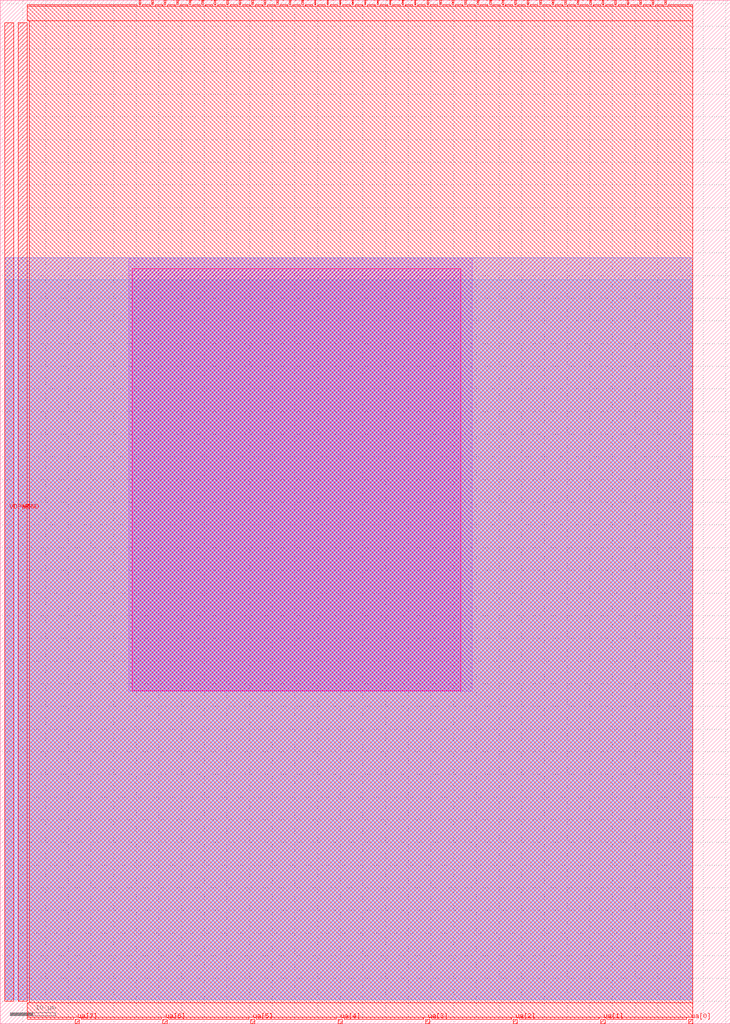
<source format=lef>
VERSION 5.7 ;
  NOWIREEXTENSIONATPIN ON ;
  DIVIDERCHAR "/" ;
  BUSBITCHARS "[]" ;
MACRO tt_um_georgboecherer_vco
  CLASS BLOCK ;
  FOREIGN tt_um_georgboecherer_vco ;
  ORIGIN 0.000 0.000 ;
  SIZE 161.000 BY 225.760 ;
  PIN clk
    DIRECTION INPUT ;
    USE SIGNAL ;
    PORT
      LAYER met4 ;
        RECT 143.830 224.760 144.130 225.760 ;
    END
  END clk
  PIN ena
    DIRECTION INPUT ;
    USE SIGNAL ;
    PORT
      LAYER met4 ;
        RECT 146.590 224.760 146.890 225.760 ;
    END
  END ena
  PIN rst_n
    DIRECTION INPUT ;
    USE SIGNAL ;
    PORT
      LAYER met4 ;
        RECT 141.070 224.760 141.370 225.760 ;
    END
  END rst_n
  PIN ua[0]
    DIRECTION INOUT ;
    USE SIGNAL ;
    ANTENNAGATEAREA 48.000000 ;
    ANTENNADIFFAREA 0.580000 ;
    PORT
      LAYER met4 ;
        RECT 151.810 0.000 152.710 1.000 ;
    END
  END ua[0]
  PIN ua[1]
    DIRECTION INOUT ;
    USE SIGNAL ;
    ANTENNAGATEAREA 65.000000 ;
    ANTENNADIFFAREA 1.740000 ;
    PORT
      LAYER met4 ;
        RECT 132.490 0.000 133.390 1.000 ;
    END
  END ua[1]
  PIN ua[2]
    DIRECTION INOUT ;
    USE SIGNAL ;
    PORT
      LAYER met4 ;
        RECT 113.170 0.000 114.070 1.000 ;
    END
  END ua[2]
  PIN ua[3]
    DIRECTION INOUT ;
    USE SIGNAL ;
    PORT
      LAYER met4 ;
        RECT 93.850 0.000 94.750 1.000 ;
    END
  END ua[3]
  PIN ua[4]
    DIRECTION INOUT ;
    USE SIGNAL ;
    PORT
      LAYER met4 ;
        RECT 74.530 0.000 75.430 1.000 ;
    END
  END ua[4]
  PIN ua[5]
    DIRECTION INOUT ;
    USE SIGNAL ;
    PORT
      LAYER met4 ;
        RECT 55.210 0.000 56.110 1.000 ;
    END
  END ua[5]
  PIN ua[6]
    DIRECTION INOUT ;
    USE SIGNAL ;
    PORT
      LAYER met4 ;
        RECT 35.890 0.000 36.790 1.000 ;
    END
  END ua[6]
  PIN ua[7]
    DIRECTION INOUT ;
    USE SIGNAL ;
    PORT
      LAYER met4 ;
        RECT 16.570 0.000 17.470 1.000 ;
    END
  END ua[7]
  PIN ui_in[0]
    DIRECTION INPUT ;
    USE SIGNAL ;
    PORT
      LAYER met4 ;
        RECT 138.310 224.760 138.610 225.760 ;
    END
  END ui_in[0]
  PIN ui_in[1]
    DIRECTION INPUT ;
    USE SIGNAL ;
    PORT
      LAYER met4 ;
        RECT 135.550 224.760 135.850 225.760 ;
    END
  END ui_in[1]
  PIN ui_in[2]
    DIRECTION INPUT ;
    USE SIGNAL ;
    PORT
      LAYER met4 ;
        RECT 132.790 224.760 133.090 225.760 ;
    END
  END ui_in[2]
  PIN ui_in[3]
    DIRECTION INPUT ;
    USE SIGNAL ;
    PORT
      LAYER met4 ;
        RECT 130.030 224.760 130.330 225.760 ;
    END
  END ui_in[3]
  PIN ui_in[4]
    DIRECTION INPUT ;
    USE SIGNAL ;
    PORT
      LAYER met4 ;
        RECT 127.270 224.760 127.570 225.760 ;
    END
  END ui_in[4]
  PIN ui_in[5]
    DIRECTION INPUT ;
    USE SIGNAL ;
    PORT
      LAYER met4 ;
        RECT 124.510 224.760 124.810 225.760 ;
    END
  END ui_in[5]
  PIN ui_in[6]
    DIRECTION INPUT ;
    USE SIGNAL ;
    PORT
      LAYER met4 ;
        RECT 121.750 224.760 122.050 225.760 ;
    END
  END ui_in[6]
  PIN ui_in[7]
    DIRECTION INPUT ;
    USE SIGNAL ;
    PORT
      LAYER met4 ;
        RECT 118.990 224.760 119.290 225.760 ;
    END
  END ui_in[7]
  PIN uio_in[0]
    DIRECTION INPUT ;
    USE SIGNAL ;
    PORT
      LAYER met4 ;
        RECT 116.230 224.760 116.530 225.760 ;
    END
  END uio_in[0]
  PIN uio_in[1]
    DIRECTION INPUT ;
    USE SIGNAL ;
    PORT
      LAYER met4 ;
        RECT 113.470 224.760 113.770 225.760 ;
    END
  END uio_in[1]
  PIN uio_in[2]
    DIRECTION INPUT ;
    USE SIGNAL ;
    PORT
      LAYER met4 ;
        RECT 110.710 224.760 111.010 225.760 ;
    END
  END uio_in[2]
  PIN uio_in[3]
    DIRECTION INPUT ;
    USE SIGNAL ;
    PORT
      LAYER met4 ;
        RECT 107.950 224.760 108.250 225.760 ;
    END
  END uio_in[3]
  PIN uio_in[4]
    DIRECTION INPUT ;
    USE SIGNAL ;
    PORT
      LAYER met4 ;
        RECT 105.190 224.760 105.490 225.760 ;
    END
  END uio_in[4]
  PIN uio_in[5]
    DIRECTION INPUT ;
    USE SIGNAL ;
    PORT
      LAYER met4 ;
        RECT 102.430 224.760 102.730 225.760 ;
    END
  END uio_in[5]
  PIN uio_in[6]
    DIRECTION INPUT ;
    USE SIGNAL ;
    PORT
      LAYER met4 ;
        RECT 99.670 224.760 99.970 225.760 ;
    END
  END uio_in[6]
  PIN uio_in[7]
    DIRECTION INPUT ;
    USE SIGNAL ;
    PORT
      LAYER met4 ;
        RECT 96.910 224.760 97.210 225.760 ;
    END
  END uio_in[7]
  PIN uio_oe[0]
    DIRECTION OUTPUT ;
    USE SIGNAL ;
    ANTENNADIFFAREA 193.429993 ;
    PORT
      LAYER met4 ;
        RECT 49.990 224.760 50.290 225.760 ;
    END
  END uio_oe[0]
  PIN uio_oe[1]
    DIRECTION OUTPUT ;
    USE SIGNAL ;
    ANTENNADIFFAREA 193.429993 ;
    PORT
      LAYER met4 ;
        RECT 47.230 224.760 47.530 225.760 ;
    END
  END uio_oe[1]
  PIN uio_oe[2]
    DIRECTION OUTPUT ;
    USE SIGNAL ;
    ANTENNADIFFAREA 193.429993 ;
    PORT
      LAYER met4 ;
        RECT 44.470 224.760 44.770 225.760 ;
    END
  END uio_oe[2]
  PIN uio_oe[3]
    DIRECTION OUTPUT ;
    USE SIGNAL ;
    ANTENNADIFFAREA 193.429993 ;
    PORT
      LAYER met4 ;
        RECT 41.710 224.760 42.010 225.760 ;
    END
  END uio_oe[3]
  PIN uio_oe[4]
    DIRECTION OUTPUT ;
    USE SIGNAL ;
    ANTENNADIFFAREA 193.429993 ;
    PORT
      LAYER met4 ;
        RECT 38.950 224.760 39.250 225.760 ;
    END
  END uio_oe[4]
  PIN uio_oe[5]
    DIRECTION OUTPUT ;
    USE SIGNAL ;
    ANTENNADIFFAREA 193.429993 ;
    PORT
      LAYER met4 ;
        RECT 36.190 224.760 36.490 225.760 ;
    END
  END uio_oe[5]
  PIN uio_oe[6]
    DIRECTION OUTPUT ;
    USE SIGNAL ;
    ANTENNADIFFAREA 193.429993 ;
    PORT
      LAYER met4 ;
        RECT 33.430 224.760 33.730 225.760 ;
    END
  END uio_oe[6]
  PIN uio_oe[7]
    DIRECTION OUTPUT ;
    USE SIGNAL ;
    ANTENNADIFFAREA 193.429993 ;
    PORT
      LAYER met4 ;
        RECT 30.670 224.760 30.970 225.760 ;
    END
  END uio_oe[7]
  PIN uio_out[0]
    DIRECTION OUTPUT ;
    USE SIGNAL ;
    ANTENNADIFFAREA 193.429993 ;
    PORT
      LAYER met4 ;
        RECT 72.070 224.760 72.370 225.760 ;
    END
  END uio_out[0]
  PIN uio_out[1]
    DIRECTION OUTPUT ;
    USE SIGNAL ;
    ANTENNADIFFAREA 193.429993 ;
    PORT
      LAYER met4 ;
        RECT 69.310 224.760 69.610 225.760 ;
    END
  END uio_out[1]
  PIN uio_out[2]
    DIRECTION OUTPUT ;
    USE SIGNAL ;
    ANTENNADIFFAREA 193.429993 ;
    PORT
      LAYER met4 ;
        RECT 66.550 224.760 66.850 225.760 ;
    END
  END uio_out[2]
  PIN uio_out[3]
    DIRECTION OUTPUT ;
    USE SIGNAL ;
    ANTENNADIFFAREA 193.429993 ;
    PORT
      LAYER met4 ;
        RECT 63.790 224.760 64.090 225.760 ;
    END
  END uio_out[3]
  PIN uio_out[4]
    DIRECTION OUTPUT ;
    USE SIGNAL ;
    ANTENNADIFFAREA 193.429993 ;
    PORT
      LAYER met4 ;
        RECT 61.030 224.760 61.330 225.760 ;
    END
  END uio_out[4]
  PIN uio_out[5]
    DIRECTION OUTPUT ;
    USE SIGNAL ;
    ANTENNADIFFAREA 193.429993 ;
    PORT
      LAYER met4 ;
        RECT 58.270 224.760 58.570 225.760 ;
    END
  END uio_out[5]
  PIN uio_out[6]
    DIRECTION OUTPUT ;
    USE SIGNAL ;
    ANTENNADIFFAREA 193.429993 ;
    PORT
      LAYER met4 ;
        RECT 55.510 224.760 55.810 225.760 ;
    END
  END uio_out[6]
  PIN uio_out[7]
    DIRECTION OUTPUT ;
    USE SIGNAL ;
    ANTENNADIFFAREA 193.429993 ;
    PORT
      LAYER met4 ;
        RECT 52.750 224.760 53.050 225.760 ;
    END
  END uio_out[7]
  PIN uo_out[0]
    DIRECTION OUTPUT ;
    USE SIGNAL ;
    ANTENNADIFFAREA 0.580000 ;
    PORT
      LAYER met4 ;
        RECT 94.150 224.760 94.450 225.760 ;
    END
  END uo_out[0]
  PIN uo_out[1]
    DIRECTION OUTPUT ;
    USE SIGNAL ;
    ANTENNADIFFAREA 0.580000 ;
    PORT
      LAYER met4 ;
        RECT 91.390 224.760 91.690 225.760 ;
    END
  END uo_out[1]
  PIN uo_out[2]
    DIRECTION OUTPUT ;
    USE SIGNAL ;
    ANTENNADIFFAREA 0.580000 ;
    PORT
      LAYER met4 ;
        RECT 88.630 224.760 88.930 225.760 ;
    END
  END uo_out[2]
  PIN uo_out[3]
    DIRECTION OUTPUT ;
    USE SIGNAL ;
    ANTENNADIFFAREA 0.580000 ;
    PORT
      LAYER met4 ;
        RECT 85.870 224.760 86.170 225.760 ;
    END
  END uo_out[3]
  PIN uo_out[4]
    DIRECTION OUTPUT ;
    USE SIGNAL ;
    ANTENNADIFFAREA 0.580000 ;
    PORT
      LAYER met4 ;
        RECT 83.110 224.760 83.410 225.760 ;
    END
  END uo_out[4]
  PIN uo_out[5]
    DIRECTION OUTPUT ;
    USE SIGNAL ;
    ANTENNADIFFAREA 0.580000 ;
    PORT
      LAYER met4 ;
        RECT 80.350 224.760 80.650 225.760 ;
    END
  END uo_out[5]
  PIN uo_out[6]
    DIRECTION OUTPUT ;
    USE SIGNAL ;
    ANTENNADIFFAREA 0.580000 ;
    PORT
      LAYER met4 ;
        RECT 77.590 224.760 77.890 225.760 ;
    END
  END uo_out[6]
  PIN uo_out[7]
    DIRECTION OUTPUT ;
    USE SIGNAL ;
    ANTENNADIFFAREA 0.580000 ;
    PORT
      LAYER met4 ;
        RECT 74.830 224.760 75.130 225.760 ;
    END
  END uo_out[7]
  PIN VDPWR
    DIRECTION INOUT ;
    USE POWER ;
    PORT
      LAYER met4 ;
        RECT 1.000 5.000 3.000 220.760 ;
    END
  END VDPWR
  PIN VGND
    DIRECTION INOUT ;
    USE GROUND ;
    PORT
      LAYER met4 ;
        RECT 4.000 5.000 6.000 220.760 ;
    END
  END VGND
  OBS
      LAYER nwell ;
        RECT 29.150 73.410 101.550 166.490 ;
      LAYER li1 ;
        RECT 28.300 73.350 104.150 168.900 ;
      LAYER met1 ;
        RECT 1.000 5.250 152.700 168.950 ;
      LAYER met2 ;
        RECT 1.000 5.250 152.700 168.900 ;
      LAYER met3 ;
        RECT 1.000 5.250 152.700 164.125 ;
      LAYER met4 ;
        RECT 6.000 224.360 30.270 224.760 ;
        RECT 31.370 224.360 33.030 224.760 ;
        RECT 34.130 224.360 35.790 224.760 ;
        RECT 36.890 224.360 38.550 224.760 ;
        RECT 39.650 224.360 41.310 224.760 ;
        RECT 42.410 224.360 44.070 224.760 ;
        RECT 45.170 224.360 46.830 224.760 ;
        RECT 47.930 224.360 49.590 224.760 ;
        RECT 50.690 224.360 52.350 224.760 ;
        RECT 53.450 224.360 55.110 224.760 ;
        RECT 56.210 224.360 57.870 224.760 ;
        RECT 58.970 224.360 60.630 224.760 ;
        RECT 61.730 224.360 63.390 224.760 ;
        RECT 64.490 224.360 66.150 224.760 ;
        RECT 67.250 224.360 68.910 224.760 ;
        RECT 70.010 224.360 71.670 224.760 ;
        RECT 72.770 224.360 74.430 224.760 ;
        RECT 75.530 224.360 77.190 224.760 ;
        RECT 78.290 224.360 79.950 224.760 ;
        RECT 81.050 224.360 82.710 224.760 ;
        RECT 83.810 224.360 85.470 224.760 ;
        RECT 86.570 224.360 88.230 224.760 ;
        RECT 89.330 224.360 90.990 224.760 ;
        RECT 92.090 224.360 93.750 224.760 ;
        RECT 94.850 224.360 96.510 224.760 ;
        RECT 97.610 224.360 99.270 224.760 ;
        RECT 100.370 224.360 102.030 224.760 ;
        RECT 103.130 224.360 104.790 224.760 ;
        RECT 105.890 224.360 107.550 224.760 ;
        RECT 108.650 224.360 110.310 224.760 ;
        RECT 111.410 224.360 113.070 224.760 ;
        RECT 114.170 224.360 115.830 224.760 ;
        RECT 116.930 224.360 118.590 224.760 ;
        RECT 119.690 224.360 121.350 224.760 ;
        RECT 122.450 224.360 124.110 224.760 ;
        RECT 125.210 224.360 126.870 224.760 ;
        RECT 127.970 224.360 129.630 224.760 ;
        RECT 130.730 224.360 132.390 224.760 ;
        RECT 133.490 224.360 135.150 224.760 ;
        RECT 136.250 224.360 137.910 224.760 ;
        RECT 139.010 224.360 140.670 224.760 ;
        RECT 141.770 224.360 143.430 224.760 ;
        RECT 144.530 224.360 146.190 224.760 ;
        RECT 147.290 224.360 152.700 224.760 ;
        RECT 6.000 221.160 152.700 224.360 ;
        RECT 6.400 4.600 152.700 221.160 ;
        RECT 6.000 1.400 152.700 4.600 ;
        RECT 6.000 1.000 16.170 1.400 ;
        RECT 17.870 1.000 35.490 1.400 ;
        RECT 37.190 1.000 54.810 1.400 ;
        RECT 56.510 1.000 74.130 1.400 ;
        RECT 75.830 1.000 93.450 1.400 ;
        RECT 95.150 1.000 112.770 1.400 ;
        RECT 114.470 1.000 132.090 1.400 ;
        RECT 133.790 1.000 151.410 1.400 ;
  END
END tt_um_georgboecherer_vco
END LIBRARY


</source>
